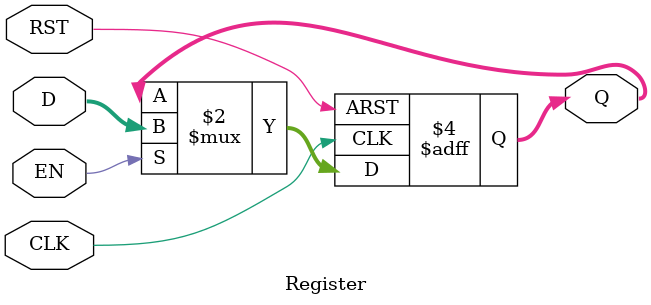
<source format=v>
`timescale 1ns / 1ps

module Register #(parameter WIDTH = 4)(
    input [WIDTH-1:0] D,
    input CLK,EN,RST,
    output reg [WIDTH-1:0] Q
    );
    always @(posedge CLK or posedge RST) begin
        if(RST) Q<=0;
        else if(EN) Q<=D;
    end
endmodule

</source>
